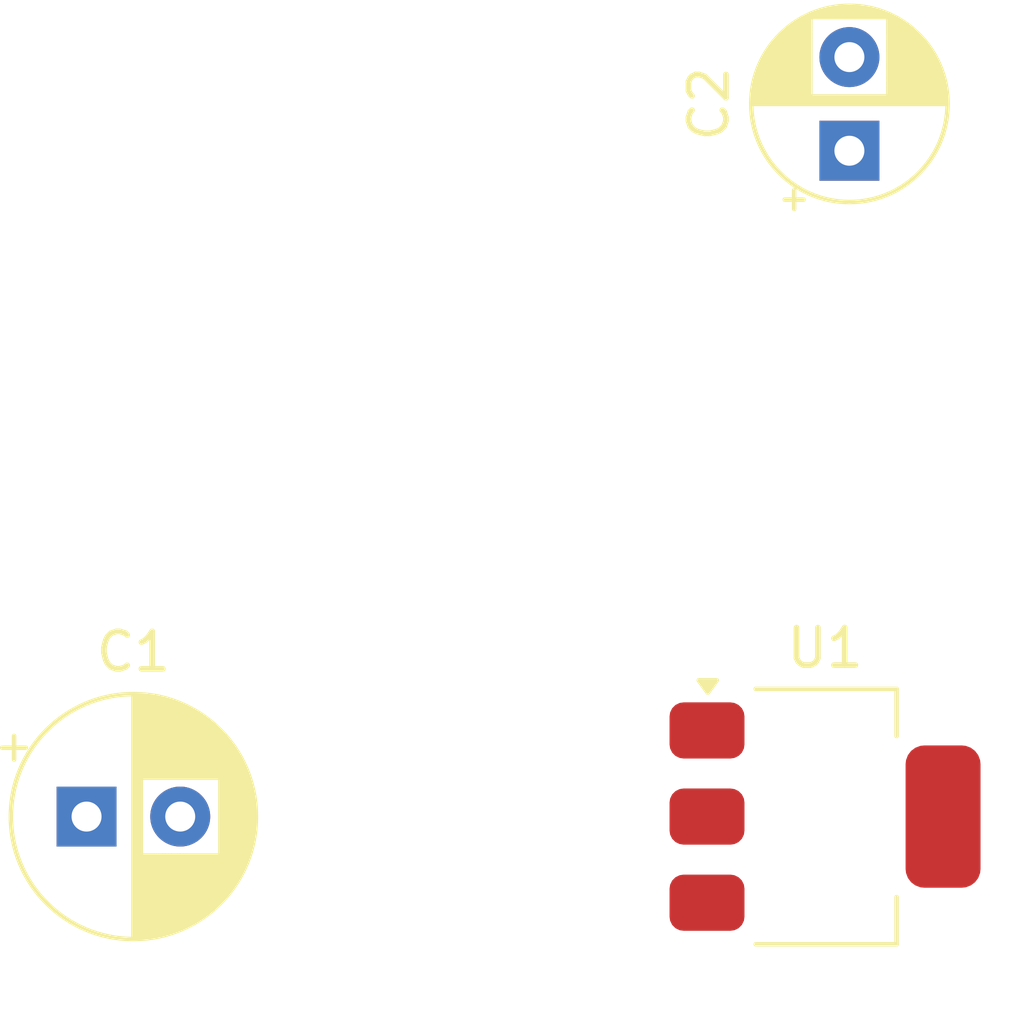
<source format=kicad_pcb>
(kicad_pcb (version 20240108) (generator "pcbnew") (generator_version "8.0")
  (layers (0 "F.Cu" signal) (31 "B.Cu" signal) (34 "B.Paste" user) (35 "F.Paste" user) (36 "B.SilkS" user "B.Silkscreen") (37 "F.SilkS" user "F.Silkscreen") (38 "B.Mask" user) (39 "F.Mask" user) (44 "Edge.Cuts" user))
  (net 0 "")
  (net 1 "GND")
  (net 2 "3.3V")
  (net 3 "5V")
  (footprint "Capacitor_THT:CP_Radial_D5.0mm_P2.50mm" (layer "F.Cu") (at 121.96 73.66 90)
    (property "Reference" "C2" (at 1.25 -3.75 270) (layer "F.SilkS"))
    (property "Value" "22uF")
    (fp_line (start 1.29 -2.58) (end 1.29 2.58) (stroke (width 0.12)) (layer "F.SilkS"))
    (fp_line (start 1.25 -2.58) (end 1.25 2.58) (stroke (width 0.12)) (layer "F.SilkS"))
    (fp_line (start 1.33 -2.579) (end 1.33 2.579) (stroke (width 0.12)) (layer "F.SilkS"))
    (fp_line (start 1.37 -2.578) (end 1.37 2.578) (stroke (width 0.12)) (layer "F.SilkS"))
    (fp_line (start 1.41 -2.576) (end 1.41 2.576) (stroke (width 0.12)) (layer "F.SilkS"))
    (fp_line (start 1.45 -2.573) (end 1.45 2.573) (stroke (width 0.12)) (layer "F.SilkS"))
    (fp_line (start 1.49 -2.569) (end 1.49 -1.04) (stroke (width 0.12)) (layer "F.SilkS"))
    (fp_line (start 1.53 -2.565) (end 1.53 -1.04) (stroke (width 0.12)) (layer "F.SilkS"))
    (fp_line (start 1.57 -2.561) (end 1.57 -1.04) (stroke (width 0.12)) (layer "F.SilkS"))
    (fp_line (start 1.61 -2.556) (end 1.61 -1.04) (stroke (width 0.12)) (layer "F.SilkS"))
    (fp_line (start 1.65 -2.55) (end 1.65 -1.04) (stroke (width 0.12)) (layer "F.SilkS"))
    (fp_line (start 1.69 -2.543) (end 1.69 -1.04) (stroke (width 0.12)) (layer "F.SilkS"))
    (fp_line (start 1.73 -2.536) (end 1.73 -1.04) (stroke (width 0.12)) (layer "F.SilkS"))
    (fp_line (start 1.77 -2.528) (end 1.77 -1.04) (stroke (width 0.12)) (layer "F.SilkS"))
    (fp_line (start 1.81 -2.52) (end 1.81 -1.04) (stroke (width 0.12)) (layer "F.SilkS"))
    (fp_line (start 1.85 -2.511) (end 1.85 -1.04) (stroke (width 0.12)) (layer "F.SilkS"))
    (fp_line (start 1.89 -2.501) (end 1.89 -1.04) (stroke (width 0.12)) (layer "F.SilkS"))
    (fp_line (start 1.93 -2.491) (end 1.93 -1.04) (stroke (width 0.12)) (layer "F.SilkS"))
    (fp_line (start 1.971 -2.48) (end 1.971 -1.04) (stroke (width 0.12)) (layer "F.SilkS"))
    (fp_line (start 2.011 -2.468) (end 2.011 -1.04) (stroke (width 0.12)) (layer "F.SilkS"))
    (fp_line (start 2.051 -2.455) (end 2.051 -1.04) (stroke (width 0.12)) (layer "F.SilkS"))
    (fp_line (start 2.091 -2.442) (end 2.091 -1.04) (stroke (width 0.12)) (layer "F.SilkS"))
    (fp_line (start 2.131 -2.428) (end 2.131 -1.04) (stroke (width 0.12)) (layer "F.SilkS"))
    (fp_line (start 2.171 -2.414) (end 2.171 -1.04) (stroke (width 0.12)) (layer "F.SilkS"))
    (fp_line (start 2.211 -2.398) (end 2.211 -1.04) (stroke (width 0.12)) (layer "F.SilkS"))
    (fp_line (start 2.251 -2.382) (end 2.251 -1.04) (stroke (width 0.12)) (layer "F.SilkS"))
    (fp_line (start 2.291 -2.365) (end 2.291 -1.04) (stroke (width 0.12)) (layer "F.SilkS"))
    (fp_line (start 2.331 -2.348) (end 2.331 -1.04) (stroke (width 0.12)) (layer "F.SilkS"))
    (fp_line (start 2.371 -2.329) (end 2.371 -1.04) (stroke (width 0.12)) (layer "F.SilkS"))
    (fp_line (start 2.411 -2.31) (end 2.411 -1.04) (stroke (width 0.12)) (layer "F.SilkS"))
    (fp_line (start 2.451 -2.29) (end 2.451 -1.04) (stroke (width 0.12)) (layer "F.SilkS"))
    (fp_line (start 2.491 -2.268) (end 2.491 -1.04) (stroke (width 0.12)) (layer "F.SilkS"))
    (fp_line (start 2.531 -2.247) (end 2.531 -1.04) (stroke (width 0.12)) (layer "F.SilkS"))
    (fp_line (start 2.571 -2.224) (end 2.571 -1.04) (stroke (width 0.12)) (layer "F.SilkS"))
    (fp_line (start 2.611 -2.2) (end 2.611 -1.04) (stroke (width 0.12)) (layer "F.SilkS"))
    (fp_line (start 2.651 -2.175) (end 2.651 -1.04) (stroke (width 0.12)) (layer "F.SilkS"))
    (fp_line (start 2.691 -2.149) (end 2.691 -1.04) (stroke (width 0.12)) (layer "F.SilkS"))
    (fp_line (start 2.731 -2.122) (end 2.731 -1.04) (stroke (width 0.12)) (layer "F.SilkS"))
    (fp_line (start 2.771 -2.095) (end 2.771 -1.04) (stroke (width 0.12)) (layer "F.SilkS"))
    (fp_line (start 2.811 -2.065) (end 2.811 -1.04) (stroke (width 0.12)) (layer "F.SilkS"))
    (fp_line (start 2.851 -2.035) (end 2.851 -1.04) (stroke (width 0.12)) (layer "F.SilkS"))
    (fp_line (start 2.891 -2.004) (end 2.891 -1.04) (stroke (width 0.12)) (layer "F.SilkS"))
    (fp_line (start 2.931 -1.971) (end 2.931 -1.04) (stroke (width 0.12)) (layer "F.SilkS"))
    (fp_line (start 2.971 -1.937) (end 2.971 -1.04) (stroke (width 0.12)) (layer "F.SilkS"))
    (fp_line (start 3.011 -1.901) (end 3.011 -1.04) (stroke (width 0.12)) (layer "F.SilkS"))
    (fp_line (start 3.051 -1.864) (end 3.051 -1.04) (stroke (width 0.12)) (layer "F.SilkS"))
    (fp_line (start 3.091 -1.826) (end 3.091 -1.04) (stroke (width 0.12)) (layer "F.SilkS"))
    (fp_line (start 3.131 -1.785) (end 3.131 -1.04) (stroke (width 0.12)) (layer "F.SilkS"))
    (fp_line (start 3.171 -1.743) (end 3.171 -1.04) (stroke (width 0.12)) (layer "F.SilkS"))
    (fp_line (start -1.304775 -1.725) (end -1.304775 -1.225) (stroke (width 0.12)) (layer "F.SilkS"))
    (fp_line (start 3.211 -1.699) (end 3.211 -1.04) (stroke (width 0.12)) (layer "F.SilkS"))
    (fp_line (start 3.251 -1.653) (end 3.251 -1.04) (stroke (width 0.12)) (layer "F.SilkS"))
    (fp_line (start 3.291 -1.605) (end 3.291 -1.04) (stroke (width 0.12)) (layer "F.SilkS"))
    (fp_line (start 3.331 -1.554) (end 3.331 -1.04) (stroke (width 0.12)) (layer "F.SilkS"))
    (fp_line (start 3.371 -1.5) (end 3.371 -1.04) (stroke (width 0.12)) (layer "F.SilkS"))
    (fp_line (start -1.554775 -1.475) (end -1.054775 -1.475) (stroke (width 0.12)) (layer "F.SilkS"))
    (fp_line (start 3.411 -1.443) (end 3.411 -1.04) (stroke (width 0.12)) (layer "F.SilkS"))
    (fp_line (start 3.451 -1.383) (end 3.451 -1.04) (stroke (width 0.12)) (layer "F.SilkS"))
    (fp_line (start 3.491 -1.319) (end 3.491 -1.04) (stroke (width 0.12)) (layer "F.SilkS"))
    (fp_line (start 3.531 -1.251) (end 3.531 -1.04) (stroke (width 0.12)) (layer "F.SilkS"))
    (fp_line (start 3.571 -1.178) (end 3.571 1.178) (stroke (width 0.12)) (layer "F.SilkS"))
    (fp_line (start 3.611 -1.098) (end 3.611 1.098) (stroke (width 0.12)) (layer "F.SilkS"))
    (fp_line (start 3.651 -1.011) (end 3.651 1.011) (stroke (width 0.12)) (layer "F.SilkS"))
    (fp_line (start 3.691 -0.915) (end 3.691 0.915) (stroke (width 0.12)) (layer "F.SilkS"))
    (fp_line (start 3.731 -0.805) (end 3.731 0.805) (stroke (width 0.12)) (layer "F.SilkS"))
    (fp_line (start 3.771 -0.677) (end 3.771 0.677) (stroke (width 0.12)) (layer "F.SilkS"))
    (fp_line (start 3.811 -0.518) (end 3.811 0.518) (stroke (width 0.12)) (layer "F.SilkS"))
    (fp_line (start 3.851 -0.284) (end 3.851 0.284) (stroke (width 0.12)) (layer "F.SilkS"))
    (fp_line (start 3.531 1.04) (end 3.531 1.251) (stroke (width 0.12)) (layer "F.SilkS"))
    (fp_line (start 3.491 1.04) (end 3.491 1.319) (stroke (width 0.12)) (layer "F.SilkS"))
    (fp_line (start 3.451 1.04) (end 3.451 1.383) (stroke (width 0.12)) (layer "F.SilkS"))
    (fp_line (start 3.411 1.04) (end 3.411 1.443) (stroke (width 0.12)) (layer "F.SilkS"))
    (fp_line (start 3.371 1.04) (end 3.371 1.5) (stroke (width 0.12)) (layer "F.SilkS"))
    (fp_line (start 3.331 1.04) (end 3.331 1.554) (stroke (width 0.12)) (layer "F.SilkS"))
    (fp_line (start 3.291 1.04) (end 3.291 1.605) (stroke (width 0.12)) (layer "F.SilkS"))
    (fp_line (start 3.251 1.04) (end 3.251 1.653) (stroke (width 0.12)) (layer "F.SilkS"))
    (fp_line (start 3.211 1.04) (end 3.211 1.699) (stroke (width 0.12)) (layer "F.SilkS"))
    (fp_line (start 3.171 1.04) (end 3.171 1.743) (stroke (width 0.12)) (layer "F.SilkS"))
    (fp_line (start 3.131 1.04) (end 3.131 1.785) (stroke (width 0.12)) (layer "F.SilkS"))
    (fp_line (start 3.091 1.04) (end 3.091 1.826) (stroke (width 0.12)) (layer "F.SilkS"))
    (fp_line (start 3.051 1.04) (end 3.051 1.864) (stroke (width 0.12)) (layer "F.SilkS"))
    (fp_line (start 3.011 1.04) (end 3.011 1.901) (stroke (width 0.12)) (layer "F.SilkS"))
    (fp_line (start 2.971 1.04) (end 2.971 1.937) (stroke (width 0.12)) (layer "F.SilkS"))
    (fp_line (start 2.931 1.04) (end 2.931 1.971) (stroke (width 0.12)) (layer "F.SilkS"))
    (fp_line (start 2.891 1.04) (end 2.891 2.004) (stroke (width 0.12)) (layer "F.SilkS"))
    (fp_line (start 2.851 1.04) (end 2.851 2.035) (stroke (width 0.12)) (layer "F.SilkS"))
    (fp_line (start 2.811 1.04) (end 2.811 2.065) (stroke (width 0.12)) (layer "F.SilkS"))
    (fp_line (start 2.771 1.04) (end 2.771 2.095) (stroke (width 0.12)) (layer "F.SilkS"))
    (fp_line (start 2.731 1.04) (end 2.731 2.122) (stroke (width 0.12)) (layer "F.SilkS"))
    (fp_line (start 2.691 1.04) (end 2.691 2.149) (stroke (width 0.12)) (layer "F.SilkS"))
    (fp_line (start 2.651 1.04) (end 2.651 2.175) (stroke (width 0.12)) (layer "F.SilkS"))
    (fp_line (start 2.611 1.04) (end 2.611 2.2) (stroke (width 0.12)) (layer "F.SilkS"))
    (fp_line (start 2.571 1.04) (end 2.571 2.224) (stroke (width 0.12)) (layer "F.SilkS"))
    (fp_line (start 2.531 1.04) (end 2.531 2.247) (stroke (width 0.12)) (layer "F.SilkS"))
    (fp_line (start 2.491 1.04) (end 2.491 2.268) (stroke (width 0.12)) (layer "F.SilkS"))
    (fp_line (start 2.451 1.04) (end 2.451 2.29) (stroke (width 0.12)) (layer "F.SilkS"))
    (fp_line (start 2.411 1.04) (end 2.411 2.31) (stroke (width 0.12)) (layer "F.SilkS"))
    (fp_line (start 2.371 1.04) (end 2.371 2.329) (stroke (width 0.12)) (layer "F.SilkS"))
    (fp_line (start 2.331 1.04) (end 2.331 2.348) (stroke (width 0.12)) (layer "F.SilkS"))
    (fp_line (start 2.291 1.04) (end 2.291 2.365) (stroke (width 0.12)) (layer "F.SilkS"))
    (fp_line (start 2.251 1.04) (end 2.251 2.382) (stroke (width 0.12)) (layer "F.SilkS"))
    (fp_line (start 2.211 1.04) (end 2.211 2.398) (stroke (width 0.12)) (layer "F.SilkS"))
    (fp_line (start 2.171 1.04) (end 2.171 2.414) (stroke (width 0.12)) (layer "F.SilkS"))
    (fp_line (start 2.131 1.04) (end 2.131 2.428) (stroke (width 0.12)) (layer "F.SilkS"))
    (fp_line (start 2.091 1.04) (end 2.091 2.442) (stroke (width 0.12)) (layer "F.SilkS"))
    (fp_line (start 2.051 1.04) (end 2.051 2.455) (stroke (width 0.12)) (layer "F.SilkS"))
    (fp_line (start 2.011 1.04) (end 2.011 2.468) (stroke (width 0.12)) (layer "F.SilkS"))
    (fp_line (start 1.971 1.04) (end 1.971 2.48) (stroke (width 0.12)) (layer "F.SilkS"))
    (fp_line (start 1.93 1.04) (end 1.93 2.491) (stroke (width 0.12)) (layer "F.SilkS"))
    (fp_line (start 1.89 1.04) (end 1.89 2.501) (stroke (width 0.12)) (layer "F.SilkS"))
    (fp_line (start 1.85 1.04) (end 1.85 2.511) (stroke (width 0.12)) (layer "F.SilkS"))
    (fp_line (start 1.81 1.04) (end 1.81 2.52) (stroke (width 0.12)) (layer "F.SilkS"))
    (fp_line (start 1.77 1.04) (end 1.77 2.528) (stroke (width 0.12)) (layer "F.SilkS"))
    (fp_line (start 1.73 1.04) (end 1.73 2.536) (stroke (width 0.12)) (layer "F.SilkS"))
    (fp_line (start 1.69 1.04) (end 1.69 2.543) (stroke (width 0.12)) (layer "F.SilkS"))
    (fp_line (start 1.65 1.04) (end 1.65 2.55) (stroke (width 0.12)) (layer "F.SilkS"))
    (fp_line (start 1.61 1.04) (end 1.61 2.556) (stroke (width 0.12)) (layer "F.SilkS"))
    (fp_line (start 1.57 1.04) (end 1.57 2.561) (stroke (width 0.12)) (layer "F.SilkS"))
    (fp_line (start 1.53 1.04) (end 1.53 2.565) (stroke (width 0.12)) (layer "F.SilkS"))
    (fp_line (start 1.49 1.04) (end 1.49 2.569) (stroke (width 0.12)) (layer "F.SilkS"))
    (fp_circle (center 1.25 0) (end 3.87 0) (stroke (width 0.12)) (fill none) (layer "F.SilkS"))
    (pad "1" thru_hole rect (at 0 0 90) (size 1.6 1.6) (drill 0.8) (layers "*.Cu" "*.Mask") (net 2 "3.3V"))
    (pad "2" thru_hole circle (at 2.5 0 90) (size 1.6 1.6) (drill 0.8) (layers "*.Cu" "*.Mask") (net 1 "GND"))
  )
  (footprint "Package_TO_SOT_SMD:SOT-223-3_TabPin2" (layer "F.Cu") (at 121.31 91.44)
    (property "Reference" "U1" (at 0 -4.5 0) (layer "F.SilkS"))
    (property "Value" "AMS1117-3.3")
    (fp_line (start -1.85 -3.41) (end 1.91 -3.41) (stroke (width 0.12)) (layer "F.SilkS"))
    (fp_line (start -1.85 3.41) (end 1.91 3.41) (stroke (width 0.12)) (layer "F.SilkS"))
    (fp_line (start 1.91 -3.41) (end 1.91 -2.15) (stroke (width 0.12)) (layer "F.SilkS"))
    (fp_line (start 1.91 3.41) (end 1.91 2.15) (stroke (width 0.12)) (layer "F.SilkS"))
    (fp_poly (pts (xy -3.13 -3.31) (xy -3.37 -3.64) (xy -2.89 -3.64) (xy -3.13 -3.31)) (stroke (width 0.12)) (fill solid) (layer "F.SilkS"))
    (pad "1" smd roundrect (at -3.15 -2.3) (size 2 1.5) (layers "F.Cu" "F.Paste" "F.Mask") (net 1 "GND"))
    (pad "2" smd roundrect (at -3.15 0) (size 2 1.5) (layers "F.Cu" "F.Paste" "F.Mask") (net 2 "3.3V"))
    (pad "2" smd roundrect (at 3.15 0) (size 2 3.8) (layers "F.Cu" "F.Paste" "F.Mask") (net 2 "3.3V"))
    (pad "3" smd roundrect (at -3.15 2.3) (size 2 1.5) (layers "F.Cu" "F.Paste" "F.Mask") (net 3 "5V"))
  )
  (footprint "Capacitor_THT:CP_Radial_D6.3mm_P2.50mm" (layer "F.Cu") (at 101.6 91.44)
    (property "Reference" "C1" (at 1.25 -4.4 0) (layer "F.SilkS"))
    (property "Value" "10uF")
    (fp_line (start -2.250241 -1.839) (end -1.620241 -1.839) (stroke (width 0.12)) (layer "F.SilkS"))
    (fp_line (start -1.935241 -2.154) (end -1.935241 -1.524) (stroke (width 0.12)) (layer "F.SilkS"))
    (fp_line (start 1.25 -3.23) (end 1.25 3.23) (stroke (width 0.12)) (layer "F.SilkS"))
    (fp_line (start 1.29 -3.23) (end 1.29 3.23) (stroke (width 0.12)) (layer "F.SilkS"))
    (fp_line (start 1.33 -3.23) (end 1.33 3.23) (stroke (width 0.12)) (layer "F.SilkS"))
    (fp_line (start 1.37 -3.228) (end 1.37 3.228) (stroke (width 0.12)) (layer "F.SilkS"))
    (fp_line (start 1.41 -3.227) (end 1.41 3.227) (stroke (width 0.12)) (layer "F.SilkS"))
    (fp_line (start 1.45 -3.224) (end 1.45 3.224) (stroke (width 0.12)) (layer "F.SilkS"))
    (fp_line (start 1.49 -3.222) (end 1.49 -1.04) (stroke (width 0.12)) (layer "F.SilkS"))
    (fp_line (start 1.49 1.04) (end 1.49 3.222) (stroke (width 0.12)) (layer "F.SilkS"))
    (fp_line (start 1.53 -3.218) (end 1.53 -1.04) (stroke (width 0.12)) (layer "F.SilkS"))
    (fp_line (start 1.53 1.04) (end 1.53 3.218) (stroke (width 0.12)) (layer "F.SilkS"))
    (fp_line (start 1.57 -3.215) (end 1.57 -1.04) (stroke (width 0.12)) (layer "F.SilkS"))
    (fp_line (start 1.57 1.04) (end 1.57 3.215) (stroke (width 0.12)) (layer "F.SilkS"))
    (fp_line (start 1.61 -3.211) (end 1.61 -1.04) (stroke (width 0.12)) (layer "F.SilkS"))
    (fp_line (start 1.61 1.04) (end 1.61 3.211) (stroke (width 0.12)) (layer "F.SilkS"))
    (fp_line (start 1.65 -3.206) (end 1.65 -1.04) (stroke (width 0.12)) (layer "F.SilkS"))
    (fp_line (start 1.65 1.04) (end 1.65 3.206) (stroke (width 0.12)) (layer "F.SilkS"))
    (fp_line (start 1.69 -3.201) (end 1.69 -1.04) (stroke (width 0.12)) (layer "F.SilkS"))
    (fp_line (start 1.69 1.04) (end 1.69 3.201) (stroke (width 0.12)) (layer "F.SilkS"))
    (fp_line (start 1.73 -3.195) (end 1.73 -1.04) (stroke (width 0.12)) (layer "F.SilkS"))
    (fp_line (start 1.73 1.04) (end 1.73 3.195) (stroke (width 0.12)) (layer "F.SilkS"))
    (fp_line (start 1.77 -3.189) (end 1.77 -1.04) (stroke (width 0.12)) (layer "F.SilkS"))
    (fp_line (start 1.77 1.04) (end 1.77 3.189) (stroke (width 0.12)) (layer "F.SilkS"))
    (fp_line (start 1.81 -3.182) (end 1.81 -1.04) (stroke (width 0.12)) (layer "F.SilkS"))
    (fp_line (start 1.81 1.04) (end 1.81 3.182) (stroke (width 0.12)) (layer "F.SilkS"))
    (fp_line (start 1.85 -3.175) (end 1.85 -1.04) (stroke (width 0.12)) (layer "F.SilkS"))
    (fp_line (start 1.85 1.04) (end 1.85 3.175) (stroke (width 0.12)) (layer "F.SilkS"))
    (fp_line (start 1.89 -3.167) (end 1.89 -1.04) (stroke (width 0.12)) (layer "F.SilkS"))
    (fp_line (start 1.89 1.04) (end 1.89 3.167) (stroke (width 0.12)) (layer "F.SilkS"))
    (fp_line (start 1.93 -3.159) (end 1.93 -1.04) (stroke (width 0.12)) (layer "F.SilkS"))
    (fp_line (start 1.93 1.04) (end 1.93 3.159) (stroke (width 0.12)) (layer "F.SilkS"))
    (fp_line (start 1.971 -3.15) (end 1.971 -1.04) (stroke (width 0.12)) (layer "F.SilkS"))
    (fp_line (start 1.971 1.04) (end 1.971 3.15) (stroke (width 0.12)) (layer "F.SilkS"))
    (fp_line (start 2.011 -3.141) (end 2.011 -1.04) (stroke (width 0.12)) (layer "F.SilkS"))
    (fp_line (start 2.011 1.04) (end 2.011 3.141) (stroke (width 0.12)) (layer "F.SilkS"))
    (fp_line (start 2.051 -3.131) (end 2.051 -1.04) (stroke (width 0.12)) (layer "F.SilkS"))
    (fp_line (start 2.051 1.04) (end 2.051 3.131) (stroke (width 0.12)) (layer "F.SilkS"))
    (fp_line (start 2.091 -3.121) (end 2.091 -1.04) (stroke (width 0.12)) (layer "F.SilkS"))
    (fp_line (start 2.091 1.04) (end 2.091 3.121) (stroke (width 0.12)) (layer "F.SilkS"))
    (fp_line (start 2.131 -3.11) (end 2.131 -1.04) (stroke (width 0.12)) (layer "F.SilkS"))
    (fp_line (start 2.131 1.04) (end 2.131 3.11) (stroke (width 0.12)) (layer "F.SilkS"))
    (fp_line (start 2.171 -3.098) (end 2.171 -1.04) (stroke (width 0.12)) (layer "F.SilkS"))
    (fp_line (start 2.171 1.04) (end 2.171 3.098) (stroke (width 0.12)) (layer "F.SilkS"))
    (fp_line (start 2.211 -3.086) (end 2.211 -1.04) (stroke (width 0.12)) (layer "F.SilkS"))
    (fp_line (start 2.211 1.04) (end 2.211 3.086) (stroke (width 0.12)) (layer "F.SilkS"))
    (fp_line (start 2.251 -3.074) (end 2.251 -1.04) (stroke (width 0.12)) (layer "F.SilkS"))
    (fp_line (start 2.251 1.04) (end 2.251 3.074) (stroke (width 0.12)) (layer "F.SilkS"))
    (fp_line (start 2.291 -3.061) (end 2.291 -1.04) (stroke (width 0.12)) (layer "F.SilkS"))
    (fp_line (start 2.291 1.04) (end 2.291 3.061) (stroke (width 0.12)) (layer "F.SilkS"))
    (fp_line (start 2.331 -3.047) (end 2.331 -1.04) (stroke (width 0.12)) (layer "F.SilkS"))
    (fp_line (start 2.331 1.04) (end 2.331 3.047) (stroke (width 0.12)) (layer "F.SilkS"))
    (fp_line (start 2.371 -3.033) (end 2.371 -1.04) (stroke (width 0.12)) (layer "F.SilkS"))
    (fp_line (start 2.371 1.04) (end 2.371 3.033) (stroke (width 0.12)) (layer "F.SilkS"))
    (fp_line (start 2.411 -3.018) (end 2.411 -1.04) (stroke (width 0.12)) (layer "F.SilkS"))
    (fp_line (start 2.411 1.04) (end 2.411 3.018) (stroke (width 0.12)) (layer "F.SilkS"))
    (fp_line (start 2.451 -3.002) (end 2.451 -1.04) (stroke (width 0.12)) (layer "F.SilkS"))
    (fp_line (start 2.451 1.04) (end 2.451 3.002) (stroke (width 0.12)) (layer "F.SilkS"))
    (fp_line (start 2.491 -2.986) (end 2.491 -1.04) (stroke (width 0.12)) (layer "F.SilkS"))
    (fp_line (start 2.491 1.04) (end 2.491 2.986) (stroke (width 0.12)) (layer "F.SilkS"))
    (fp_line (start 2.531 -2.97) (end 2.531 -1.04) (stroke (width 0.12)) (layer "F.SilkS"))
    (fp_line (start 2.531 1.04) (end 2.531 2.97) (stroke (width 0.12)) (layer "F.SilkS"))
    (fp_line (start 2.571 -2.952) (end 2.571 -1.04) (stroke (width 0.12)) (layer "F.SilkS"))
    (fp_line (start 2.571 1.04) (end 2.571 2.952) (stroke (width 0.12)) (layer "F.SilkS"))
    (fp_line (start 2.611 -2.934) (end 2.611 -1.04) (stroke (width 0.12)) (layer "F.SilkS"))
    (fp_line (start 2.611 1.04) (end 2.611 2.934) (stroke (width 0.12)) (layer "F.SilkS"))
    (fp_line (start 2.651 -2.916) (end 2.651 -1.04) (stroke (width 0.12)) (layer "F.SilkS"))
    (fp_line (start 2.651 1.04) (end 2.651 2.916) (stroke (width 0.12)) (layer "F.SilkS"))
    (fp_line (start 2.691 -2.896) (end 2.691 -1.04) (stroke (width 0.12)) (layer "F.SilkS"))
    (fp_line (start 2.691 1.04) (end 2.691 2.896) (stroke (width 0.12)) (layer "F.SilkS"))
    (fp_line (start 2.731 -2.876) (end 2.731 -1.04) (stroke (width 0.12)) (layer "F.SilkS"))
    (fp_line (start 2.731 1.04) (end 2.731 2.876) (stroke (width 0.12)) (layer "F.SilkS"))
    (fp_line (start 2.771 -2.856) (end 2.771 -1.04) (stroke (width 0.12)) (layer "F.SilkS"))
    (fp_line (start 2.771 1.04) (end 2.771 2.856) (stroke (width 0.12)) (layer "F.SilkS"))
    (fp_line (start 2.811 -2.834) (end 2.811 -1.04) (stroke (width 0.12)) (layer "F.SilkS"))
    (fp_line (start 2.811 1.04) (end 2.811 2.834) (stroke (width 0.12)) (layer "F.SilkS"))
    (fp_line (start 2.851 -2.812) (end 2.851 -1.04) (stroke (width 0.12)) (layer "F.SilkS"))
    (fp_line (start 2.851 1.04) (end 2.851 2.812) (stroke (width 0.12)) (layer "F.SilkS"))
    (fp_line (start 2.891 -2.79) (end 2.891 -1.04) (stroke (width 0.12)) (layer "F.SilkS"))
    (fp_line (start 2.891 1.04) (end 2.891 2.79) (stroke (width 0.12)) (layer "F.SilkS"))
    (fp_line (start 2.931 -2.766) (end 2.931 -1.04) (stroke (width 0.12)) (layer "F.SilkS"))
    (fp_line (start 2.931 1.04) (end 2.931 2.766) (stroke (width 0.12)) (layer "F.SilkS"))
    (fp_line (start 2.971 -2.742) (end 2.971 -1.04) (stroke (width 0.12)) (layer "F.SilkS"))
    (fp_line (start 2.971 1.04) (end 2.971 2.742) (stroke (width 0.12)) (layer "F.SilkS"))
    (fp_line (start 3.011 -2.716) (end 3.011 -1.04) (stroke (width 0.12)) (layer "F.SilkS"))
    (fp_line (start 3.011 1.04) (end 3.011 2.716) (stroke (width 0.12)) (layer "F.SilkS"))
    (fp_line (start 3.051 -2.69) (end 3.051 -1.04) (stroke (width 0.12)) (layer "F.SilkS"))
    (fp_line (start 3.051 1.04) (end 3.051 2.69) (stroke (width 0.12)) (layer "F.SilkS"))
    (fp_line (start 3.091 -2.664) (end 3.091 -1.04) (stroke (width 0.12)) (layer "F.SilkS"))
    (fp_line (start 3.091 1.04) (end 3.091 2.664) (stroke (width 0.12)) (layer "F.SilkS"))
    (fp_line (start 3.131 -2.636) (end 3.131 -1.04) (stroke (width 0.12)) (layer "F.SilkS"))
    (fp_line (start 3.131 1.04) (end 3.131 2.636) (stroke (width 0.12)) (layer "F.SilkS"))
    (fp_line (start 3.171 -2.607) (end 3.171 -1.04) (stroke (width 0.12)) (layer "F.SilkS"))
    (fp_line (start 3.171 1.04) (end 3.171 2.607) (stroke (width 0.12)) (layer "F.SilkS"))
    (fp_line (start 3.211 -2.578) (end 3.211 -1.04) (stroke (width 0.12)) (layer "F.SilkS"))
    (fp_line (start 3.211 1.04) (end 3.211 2.578) (stroke (width 0.12)) (layer "F.SilkS"))
    (fp_line (start 3.251 -2.548) (end 3.251 -1.04) (stroke (width 0.12)) (layer "F.SilkS"))
    (fp_line (start 3.251 1.04) (end 3.251 2.548) (stroke (width 0.12)) (layer "F.SilkS"))
    (fp_line (start 3.291 -2.516) (end 3.291 -1.04) (stroke (width 0.12)) (layer "F.SilkS"))
    (fp_line (start 3.291 1.04) (end 3.291 2.516) (stroke (width 0.12)) (layer "F.SilkS"))
    (fp_line (start 3.331 -2.484) (end 3.331 -1.04) (stroke (width 0.12)) (layer "F.SilkS"))
    (fp_line (start 3.331 1.04) (end 3.331 2.484) (stroke (width 0.12)) (layer "F.SilkS"))
    (fp_line (start 3.371 -2.45) (end 3.371 -1.04) (stroke (width 0.12)) (layer "F.SilkS"))
    (fp_line (start 3.371 1.04) (end 3.371 2.45) (stroke (width 0.12)) (layer "F.SilkS"))
    (fp_line (start 3.411 -2.416) (end 3.411 -1.04) (stroke (width 0.12)) (layer "F.SilkS"))
    (fp_line (start 3.411 1.04) (end 3.411 2.416) (stroke (width 0.12)) (layer "F.SilkS"))
    (fp_line (start 3.451 -2.38) (end 3.451 -1.04) (stroke (width 0.12)) (layer "F.SilkS"))
    (fp_line (start 3.451 1.04) (end 3.451 2.38) (stroke (width 0.12)) (layer "F.SilkS"))
    (fp_line (start 3.491 -2.343) (end 3.491 -1.04) (stroke (width 0.12)) (layer "F.SilkS"))
    (fp_line (start 3.491 1.04) (end 3.491 2.343) (stroke (width 0.12)) (layer "F.SilkS"))
    (fp_line (start 3.531 -2.305) (end 3.531 -1.04) (stroke (width 0.12)) (layer "F.SilkS"))
    (fp_line (start 3.531 1.04) (end 3.531 2.305) (stroke (width 0.12)) (layer "F.SilkS"))
    (fp_line (start 3.571 -2.265) (end 3.571 2.265) (stroke (width 0.12)) (layer "F.SilkS"))
    (fp_line (start 3.611 -2.224) (end 3.611 2.224) (stroke (width 0.12)) (layer "F.SilkS"))
    (fp_line (start 3.651 -2.182) (end 3.651 2.182) (stroke (width 0.12)) (layer "F.SilkS"))
    (fp_line (start 3.691 -2.137) (end 3.691 2.137) (stroke (width 0.12)) (layer "F.SilkS"))
    (fp_line (start 3.731 -2.092) (end 3.731 2.092) (stroke (width 0.12)) (layer "F.SilkS"))
    (fp_line (start 3.771 -2.044) (end 3.771 2.044) (stroke (width 0.12)) (layer "F.SilkS"))
    (fp_line (start 3.811 -1.995) (end 3.811 1.995) (stroke (width 0.12)) (layer "F.SilkS"))
    (fp_line (start 3.851 -1.944) (end 3.851 1.944) (stroke (width 0.12)) (layer "F.SilkS"))
    (fp_line (start 3.891 -1.89) (end 3.891 1.89) (stroke (width 0.12)) (layer "F.SilkS"))
    (fp_line (start 3.931 -1.834) (end 3.931 1.834) (stroke (width 0.12)) (layer "F.SilkS"))
    (fp_line (start 3.971 -1.776) (end 3.971 1.776) (stroke (width 0.12)) (layer "F.SilkS"))
    (fp_line (start 4.011 -1.714) (end 4.011 1.714) (stroke (width 0.12)) (layer "F.SilkS"))
    (fp_line (start 4.051 -1.65) (end 4.051 1.65) (stroke (width 0.12)) (layer "F.SilkS"))
    (fp_line (start 4.091 -1.581) (end 4.091 1.581) (stroke (width 0.12)) (layer "F.SilkS"))
    (fp_line (start 4.131 -1.509) (end 4.131 1.509) (stroke (width 0.12)) (layer "F.SilkS"))
    (fp_line (start 4.171 -1.432) (end 4.171 1.432) (stroke (width 0.12)) (layer "F.SilkS"))
    (fp_line (start 4.211 -1.35) (end 4.211 1.35) (stroke (width 0.12)) (layer "F.SilkS"))
    (fp_line (start 4.251 -1.262) (end 4.251 1.262) (stroke (width 0.12)) (layer "F.SilkS"))
    (fp_line (start 4.291 -1.165) (end 4.291 1.165) (stroke (width 0.12)) (layer "F.SilkS"))
    (fp_line (start 4.331 -1.059) (end 4.331 1.059) (stroke (width 0.12)) (layer "F.SilkS"))
    (fp_line (start 4.371 -0.94) (end 4.371 0.94) (stroke (width 0.12)) (layer "F.SilkS"))
    (fp_line (start 4.411 -0.802) (end 4.411 0.802) (stroke (width 0.12)) (layer "F.SilkS"))
    (fp_line (start 4.451 -0.633) (end 4.451 0.633) (stroke (width 0.12)) (layer "F.SilkS"))
    (fp_line (start 4.491 -0.402) (end 4.491 0.402) (stroke (width 0.12)) (layer "F.SilkS"))
    (fp_circle (center 1.25 0) (end 4.52 0) (stroke (width 0.12)) (fill none) (layer "F.SilkS"))
    (pad "1" thru_hole rect (at 0 0) (size 1.6 1.6) (drill 0.8) (layers "*.Cu" "*.Mask") (net 3 "5V"))
    (pad "2" thru_hole circle (at 2.5 0) (size 1.6 1.6) (drill 0.8) (layers "*.Cu" "*.Mask") (net 1 "GND"))
  )
)
</source>
